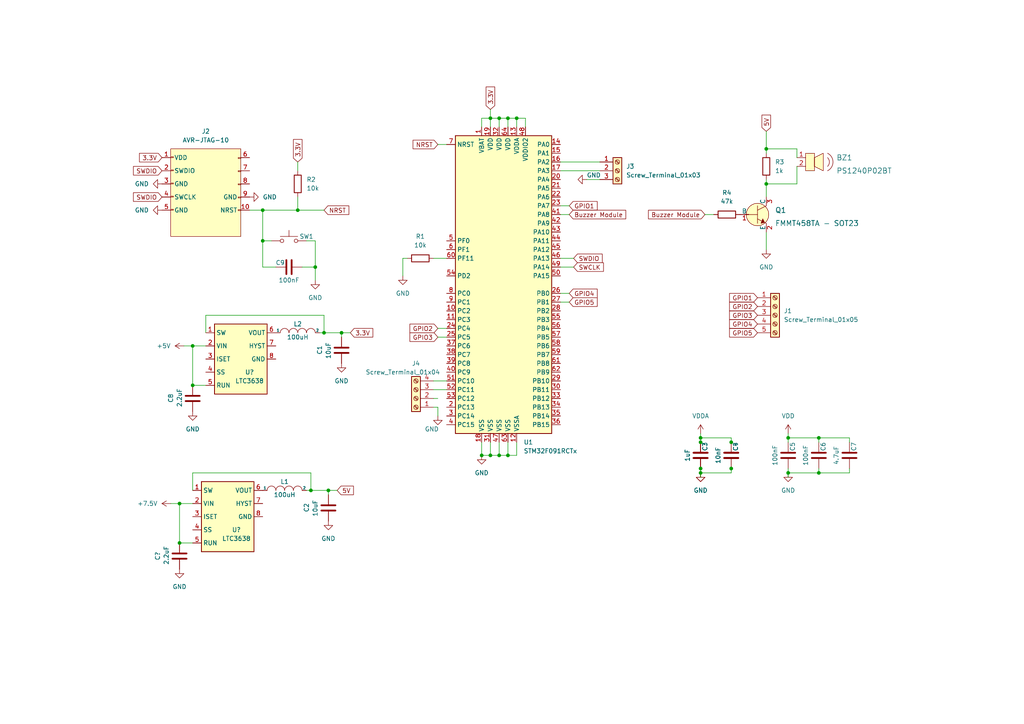
<source format=kicad_sch>
(kicad_sch (version 20211123) (generator eeschema)
  (paper "A4")
  (title_block (title "VRm Schematic") (date "2022-02-15") (rev "1") (company "VRm"))
  (lib_symbols
    (symbol "AVR-JTAG-10_1" (pin_names (offset 1.016))
      (property "Reference" "J" (at -8.89 13.97 0))
      (property "Value" "AVR-JTAG-10_1" (at 1.27 13.97 0))
      (symbol "AVR-JTAG-10_1_0_1"
        (rectangle (start -10.16 -5.08) (end -9.398 -4.826))
        (rectangle (start -10.16 -1.27) (end -9.398 -1.016))
        (rectangle (start -10.16 2.54) (end -9.398 2.794))
        (rectangle (start -10.16 6.35) (end -9.398 6.604))
        (rectangle (start -10.16 10.16) (end -9.398 10.414))
        (rectangle (start 10.16 -4.953) (end 9.398 -5.207))
        (rectangle (start 10.16 -1.27) (end 9.398 -1.524))
        (rectangle (start 10.16 2.54) (end 9.398 2.286))
        (rectangle (start 10.16 6.35) (end 9.398 6.096))
        (rectangle (start 10.16 10.16) (end 9.398 9.906))
        (rectangle (start 10.16 12.7) (end -10.16 -12.7) (fill (type background)))
      )
      (symbol "AVR-JTAG-10_1_1_1"
        (pin passive line (at -12.7 10.16 0) (length 2.54) (name "VDD") (number "1"))
        (pin passive line (at 12.7 -5.08 180) (length 2.54) (name "NRST") (number "10"))
        (pin passive line (at -12.7 6.35 0) (length 2.54) (name "SWDIO") (number "2"))
        (pin passive line (at -12.7 2.54 0) (length 2.54) (name "GND") (number "3"))
        (pin passive line (at -12.7 -1.27 0) (length 2.54) (name "SWCLK") (number "4"))
        (pin passive line (at -12.7 -5.08 0) (length 2.54) (name "GND") (number "5"))
        (pin passive line (at 12.7 10.16 180) (length 2.54) (name "") (number "6"))
        (pin passive line (at 12.7 6.35 180) (length 2.54) (name "") (number "7"))
        (pin passive line (at 12.7 2.54 180) (length 2.54) (name "") (number "8"))
        (pin passive line (at 12.7 -1.27 180) (length 2.54) (name "GND") (number "9"))
      )
    )
    (symbol "Connector:Screw_Terminal_01x03" (pin_names (offset 1.016) hide)
      (property "Reference" "J" (at 0 5.08 0))
      (property "Value" "Screw_Terminal_01x03" (at 0 -5.08 0))
      (symbol "Screw_Terminal_01x03_1_1"
        (rectangle (start -1.27 3.81) (end 1.27 -3.81) (stroke (width 0.254)) (fill (type background)))
        (circle (center 0 -2.54) (radius 0.635) (stroke (width 0.1524)))
        (polyline (pts (xy -0.5334 -2.2098) (xy 0.3302 -3.048)) (stroke (width 0.1524)))
        (polyline (pts (xy -0.5334 0.3302) (xy 0.3302 -0.508)) (stroke (width 0.1524)))
        (polyline (pts (xy -0.5334 2.8702) (xy 0.3302 2.032)) (stroke (width 0.1524)))
        (polyline (pts (xy -0.3556 -2.032) (xy 0.508 -2.8702)) (stroke (width 0.1524)))
        (polyline (pts (xy -0.3556 0.508) (xy 0.508 -0.3302)) (stroke (width 0.1524)))
        (polyline (pts (xy -0.3556 3.048) (xy 0.508 2.2098)) (stroke (width 0.1524)))
        (circle (center 0 0) (radius 0.635) (stroke (width 0.1524)))
        (circle (center 0 2.54) (radius 0.635) (stroke (width 0.1524)))
        (pin passive line (at -5.08 2.54 0) (length 3.81) (name "Pin_1") (number "1"))
        (pin passive line (at -5.08 0 0) (length 3.81) (name "Pin_2") (number "2"))
        (pin passive line (at -5.08 -2.54 0) (length 3.81) (name "Pin_3") (number "3"))
      )
    )
    (symbol "Connector:Screw_Terminal_01x04" (pin_names (offset 1.016) hide)
      (property "Reference" "J" (at 0 5.08 0))
      (property "Value" "Screw_Terminal_01x04" (at 0 -7.62 0))
      (symbol "Screw_Terminal_01x04_1_1"
        (rectangle (start -1.27 3.81) (end 1.27 -6.35) (stroke (width 0.254)) (fill (type background)))
        (circle (center 0 -5.08) (radius 0.635) (stroke (width 0.1524)))
        (circle (center 0 -2.54) (radius 0.635) (stroke (width 0.1524)))
        (polyline (pts (xy -0.5334 -4.7498) (xy 0.3302 -5.588)) (stroke (width 0.1524)))
        (polyline (pts (xy -0.5334 -2.2098) (xy 0.3302 -3.048)) (stroke (width 0.1524)))
        (polyline (pts (xy -0.5334 0.3302) (xy 0.3302 -0.508)) (stroke (width 0.1524)))
        (polyline (pts (xy -0.5334 2.8702) (xy 0.3302 2.032)) (stroke (width 0.1524)))
        (polyline (pts (xy -0.3556 -4.572) (xy 0.508 -5.4102)) (stroke (width 0.1524)))
        (polyline (pts (xy -0.3556 -2.032) (xy 0.508 -2.8702)) (stroke (width 0.1524)))
        (polyline (pts (xy -0.3556 0.508) (xy 0.508 -0.3302)) (stroke (width 0.1524)))
        (polyline (pts (xy -0.3556 3.048) (xy 0.508 2.2098)) (stroke (width 0.1524)))
        (circle (center 0 0) (radius 0.635) (stroke (width 0.1524)))
        (circle (center 0 2.54) (radius 0.635) (stroke (width 0.1524)))
        (pin passive line (at -5.08 2.54 0) (length 3.81) (name "Pin_1") (number "1"))
        (pin passive line (at -5.08 0 0) (length 3.81) (name "Pin_2") (number "2"))
        (pin passive line (at -5.08 -2.54 0) (length 3.81) (name "Pin_3") (number "3"))
        (pin passive line (at -5.08 -5.08 0) (length 3.81) (name "Pin_4") (number "4"))
      )
    )
    (symbol "Connector:Screw_Terminal_01x05" (pin_names (offset 1.016) hide)
      (property "Reference" "J" (at 0 7.62 0))
      (property "Value" "Screw_Terminal_01x05" (at 0 -7.62 0))
      (symbol "Screw_Terminal_01x05_1_1"
        (rectangle (start -1.27 6.35) (end 1.27 -6.35) (stroke (width 0.254)) (fill (type background)))
        (circle (center 0 -5.08) (radius 0.635) (stroke (width 0.1524)))
        (circle (center 0 -2.54) (radius 0.635) (stroke (width 0.1524)))
        (polyline (pts (xy -0.5334 -4.7498) (xy 0.3302 -5.588)) (stroke (width 0.1524)))
        (polyline (pts (xy -0.5334 -2.2098) (xy 0.3302 -3.048)) (stroke (width 0.1524)))
        (polyline (pts (xy -0.5334 0.3302) (xy 0.3302 -0.508)) (stroke (width 0.1524)))
        (polyline (pts (xy -0.5334 2.8702) (xy 0.3302 2.032)) (stroke (width 0.1524)))
        (polyline (pts (xy -0.5334 5.4102) (xy 0.3302 4.572)) (stroke (width 0.1524)))
        (polyline (pts (xy -0.3556 -4.572) (xy 0.508 -5.4102)) (stroke (width 0.1524)))
        (polyline (pts (xy -0.3556 -2.032) (xy 0.508 -2.8702)) (stroke (width 0.1524)))
        (polyline (pts (xy -0.3556 0.508) (xy 0.508 -0.3302)) (stroke (width 0.1524)))
        (polyline (pts (xy -0.3556 3.048) (xy 0.508 2.2098)) (stroke (width 0.1524)))
        (polyline (pts (xy -0.3556 5.588) (xy 0.508 4.7498)) (stroke (width 0.1524)))
        (circle (center 0 0) (radius 0.635) (stroke (width 0.1524)))
        (circle (center 0 2.54) (radius 0.635) (stroke (width 0.1524)))
        (circle (center 0 5.08) (radius 0.635) (stroke (width 0.1524)))
        (pin passive line (at -5.08 5.08 0) (length 3.81) (name "Pin_1") (number "1"))
        (pin passive line (at -5.08 2.54 0) (length 3.81) (name "Pin_2") (number "2"))
        (pin passive line (at -5.08 0 0) (length 3.81) (name "Pin_3") (number "3"))
        (pin passive line (at -5.08 -2.54 0) (length 3.81) (name "Pin_4") (number "4"))
        (pin passive line (at -5.08 -5.08 0) (length 3.81) (name "Pin_5") (number "5"))
      )
    )
    (symbol "Device:C" (pin_numbers hide) (pin_names (offset 0.254))
      (property "Reference" "C" (at 0.635 2.54 0))
      (property "Value" "C" (at 0.635 -2.54 0))
      (symbol "C_0_1"
        (polyline (pts (xy -2.032 -0.762) (xy 2.032 -0.762)) (stroke (width 0.508)))
        (polyline (pts (xy -2.032 0.762) (xy 2.032 0.762)) (stroke (width 0.508)))
      )
      (symbol "C_1_1"
        (pin passive line (at 0 3.81 270) (length 2.794) (name "~") (number "1"))
        (pin passive line (at 0 -3.81 90) (length 2.794) (name "~") (number "2"))
      )
    )
    (symbol "Device:R" (pin_numbers hide) (pin_names (offset 0))
      (property "Reference" "R" (at 2.032 0 90))
      (property "Value" "R" (at 0 0 90))
      (symbol "R_0_1"
        (rectangle (start -1.016 -2.54) (end 1.016 2.54) (stroke (width 0.254)))
      )
      (symbol "R_1_1"
        (pin passive line (at 0 3.81 270) (length 1.27) (name "~") (number "1"))
        (pin passive line (at 0 -3.81 90) (length 1.27) (name "~") (number "2"))
      )
    )
    (symbol "LTC3638_1"
      (property "Reference" "U2" (at -1.27 13.97 0))
      (property "Value" "LTC3638_1" (at -3.81 11.43 0))
      (symbol "LTC3638_1_0_1"
        (rectangle (start -7.62 10.16) (end 7.62 -10.16) (stroke (width 0.254)) (fill (type background)))
      )
      (symbol "LTC3638_1_1_1"
        (pin passive line (at -10.16 7.62 0) (length 2.54) (name "SW") (number "1"))
        (pin passive line (at 3.81 -12.7 90) (length 2.54) hide (name "GND") (number "16"))
        (pin passive line (at 10.16 -12.7 270) (length 2.54) hide (name "GND") (number "17"))
        (pin power_in line (at -10.16 3.81 0) (length 2.54) (name "VIN") (number "2"))
        (pin passive line (at -10.16 0 0) (length 2.54) (name "ISET") (number "3"))
        (pin passive line (at -10.16 -3.81 0) (length 2.54) (name "SS") (number "4"))
        (pin input line (at -10.16 -7.62 0) (length 2.54) (name "RUN") (number "5"))
        (pin power_out line (at 10.16 7.62 180) (length 2.54) (name "VOUT") (number "6"))
        (pin input line (at 10.16 3.81 180) (length 2.54) (name "HYST") (number "7"))
        (pin passive line (at 10.16 0 180) (length 2.54) (name "GND") (number "8"))
      )
    )
    (symbol "MCU_ST_STM32F0:STM32F091RCTx"
      (property "Reference" "U" (at -15.24 44.45 0))
      (property "Value" "STM32F091RCTx" (at 7.62 44.45 0))
      (symbol "STM32F091RCTx_0_1"
        (rectangle (start -15.24 -43.18) (end 12.7 43.18) (stroke (width 0.254)) (fill (type background)))
      )
      (symbol "STM32F091RCTx_1_1"
        (pin power_in line (at -7.62 45.72 270) (length 2.54) (name "VBAT") (number "1"))
        (pin bidirectional line (at -17.78 -7.62 0) (length 2.54) (name "PC2") (number "10"))
        (pin bidirectional line (at -17.78 -10.16 0) (length 2.54) (name "PC3") (number "11"))
        (pin power_in line (at 2.54 -45.72 90) (length 2.54) (name "VSSA") (number "12"))
        (pin power_in line (at 2.54 45.72 270) (length 2.54) (name "VDDA") (number "13"))
        (pin bidirectional line (at 15.24 40.64 180) (length 2.54) (name "PA0") (number "14"))
        (pin bidirectional line (at 15.24 38.1 180) (length 2.54) (name "PA1") (number "15"))
        (pin bidirectional line (at 15.24 35.56 180) (length 2.54) (name "PA2") (number "16"))
        (pin bidirectional line (at 15.24 33.02 180) (length 2.54) (name "PA3") (number "17"))
        (pin power_in line (at -7.62 -45.72 90) (length 2.54) (name "VSS") (number "18"))
        (pin power_in line (at -5.08 45.72 270) (length 2.54) (name "VDD") (number "19"))
        (pin bidirectional line (at -17.78 -35.56 0) (length 2.54) (name "PC13") (number "2"))
        (pin bidirectional line (at 15.24 30.48 180) (length 2.54) (name "PA4") (number "20"))
        (pin bidirectional line (at 15.24 27.94 180) (length 2.54) (name "PA5") (number "21"))
        (pin bidirectional line (at 15.24 25.4 180) (length 2.54) (name "PA6") (number "22"))
        (pin bidirectional line (at 15.24 22.86 180) (length 2.54) (name "PA7") (number "23"))
        (pin bidirectional line (at -17.78 -12.7 0) (length 2.54) (name "PC4") (number "24"))
        (pin bidirectional line (at -17.78 -15.24 0) (length 2.54) (name "PC5") (number "25"))
        (pin bidirectional line (at 15.24 -2.54 180) (length 2.54) (name "PB0") (number "26"))
        (pin bidirectional line (at 15.24 -5.08 180) (length 2.54) (name "PB1") (number "27"))
        (pin bidirectional line (at 15.24 -7.62 180) (length 2.54) (name "PB2") (number "28"))
        (pin bidirectional line (at 15.24 -27.94 180) (length 2.54) (name "PB10") (number "29"))
        (pin bidirectional line (at -17.78 -38.1 0) (length 2.54) (name "PC14") (number "3"))
        (pin bidirectional line (at 15.24 -30.48 180) (length 2.54) (name "PB11") (number "30"))
        (pin power_in line (at -5.08 -45.72 90) (length 2.54) (name "VSS") (number "31"))
        (pin power_in line (at -2.54 45.72 270) (length 2.54) (name "VDD") (number "32"))
        (pin bidirectional line (at 15.24 -33.02 180) (length 2.54) (name "PB12") (number "33"))
        (pin bidirectional line (at 15.24 -35.56 180) (length 2.54) (name "PB13") (number "34"))
        (pin bidirectional line (at 15.24 -38.1 180) (length 2.54) (name "PB14") (number "35"))
        (pin bidirectional line (at 15.24 -40.64 180) (length 2.54) (name "PB15") (number "36"))
        (pin bidirectional line (at -17.78 -17.78 0) (length 2.54) (name "PC6") (number "37"))
        (pin bidirectional line (at -17.78 -20.32 0) (length 2.54) (name "PC7") (number "38"))
        (pin bidirectional line (at -17.78 -22.86 0) (length 2.54) (name "PC8") (number "39"))
        (pin bidirectional line (at -17.78 -40.64 0) (length 2.54) (name "PC15") (number "4"))
        (pin bidirectional line (at -17.78 -25.4 0) (length 2.54) (name "PC9") (number "40"))
        (pin bidirectional line (at 15.24 20.32 180) (length 2.54) (name "PA8") (number "41"))
        (pin bidirectional line (at 15.24 17.78 180) (length 2.54) (name "PA9") (number "42"))
        (pin bidirectional line (at 15.24 15.24 180) (length 2.54) (name "PA10") (number "43"))
        (pin bidirectional line (at 15.24 12.7 180) (length 2.54) (name "PA11") (number "44"))
        (pin bidirectional line (at 15.24 10.16 180) (length 2.54) (name "PA12") (number "45"))
        (pin bidirectional line (at 15.24 7.62 180) (length 2.54) (name "PA13") (number "46"))
        (pin power_in line (at -2.54 -45.72 90) (length 2.54) (name "VSS") (number "47"))
        (pin power_in line (at 5.08 45.72 270) (length 2.54) (name "VDDIO2") (number "48"))
        (pin bidirectional line (at 15.24 5.08 180) (length 2.54) (name "PA14") (number "49"))
        (pin input line (at -17.78 12.7 0) (length 2.54) (name "PF0") (number "5"))
        (pin bidirectional line (at 15.24 2.54 180) (length 2.54) (name "PA15") (number "50"))
        (pin bidirectional line (at -17.78 -27.94 0) (length 2.54) (name "PC10") (number "51"))
        (pin bidirectional line (at -17.78 -30.48 0) (length 2.54) (name "PC11") (number "52"))
        (pin bidirectional line (at -17.78 -33.02 0) (length 2.54) (name "PC12") (number "53"))
        (pin bidirectional line (at -17.78 2.54 0) (length 2.54) (name "PD2") (number "54"))
        (pin bidirectional line (at 15.24 -10.16 180) (length 2.54) (name "PB3") (number "55"))
        (pin bidirectional line (at 15.24 -12.7 180) (length 2.54) (name "PB4") (number "56"))
        (pin bidirectional line (at 15.24 -15.24 180) (length 2.54) (name "PB5") (number "57"))
        (pin bidirectional line (at 15.24 -17.78 180) (length 2.54) (name "PB6") (number "58"))
        (pin bidirectional line (at 15.24 -20.32 180) (length 2.54) (name "PB7") (number "59"))
        (pin input line (at -17.78 10.16 0) (length 2.54) (name "PF1") (number "6"))
        (pin bidirectional line (at -17.78 7.62 0) (length 2.54) (name "PF11") (number "60"))
        (pin bidirectional line (at 15.24 -22.86 180) (length 2.54) (name "PB8") (number "61"))
        (pin bidirectional line (at 15.24 -25.4 180) (length 2.54) (name "PB9") (number "62"))
        (pin power_in line (at 0 -45.72 90) (length 2.54) (name "VSS") (number "63"))
        (pin power_in line (at 0 45.72 270) (length 2.54) (name "VDD") (number "64"))
        (pin input line (at -17.78 40.64 0) (length 2.54) (name "NRST") (number "7"))
        (pin bidirectional line (at -17.78 -2.54 0) (length 2.54) (name "PC0") (number "8"))
        (pin bidirectional line (at -17.78 -5.08 0) (length 2.54) (name "PC1") (number "9"))
      )
    )
    (symbol "Switch:SW_Push" (pin_numbers hide) (pin_names (offset 1.016) hide)
      (property "Reference" "SW" (at 1.27 2.54 0))
      (property "Value" "SW_Push" (at 0 -1.524 0))
      (symbol "SW_Push_0_1"
        (circle (center -2.032 0) (radius 0.508))
        (polyline (pts (xy 0 1.27) (xy 0 3.048)))
        (polyline (pts (xy 2.54 1.27) (xy -2.54 1.27)))
        (circle (center 2.032 0) (radius 0.508))
        (pin passive line (at -5.08 0 0) (length 2.54) (name "1") (number "1"))
        (pin passive line (at 5.08 0 180) (length 2.54) (name "2") (number "2"))
      )
    )
    (symbol "dk_Alarms-Buzzers-and-Sirens:PS1240P02BT" (pin_names (offset 0))
      (property "Reference" "BZ" (at 0 5.08 0))
      (property "Value" "PS1240P02BT" (at -1.27 -3.81 0))
      (symbol "PS1240P02BT_0_1"
        (polyline (pts (xy 2.54 2.54) (xy 5.08 3.81) (xy 5.08 -1.27) (xy 2.54 0) (xy 2.54 2.54)) (fill (type background)))
        (rectangle (start 0 3.81) (end 2.54 -1.27) (fill (type background)))
        (arc (start 6.35 -1.27) (mid 7.9198 1.27) (end 6.35 3.81))
        (arc (start 6.35 0) (mid 6.8761 1.27) (end 6.35 2.54))
      )
      (symbol "PS1240P02BT_1_1"
        (pin input line (at -2.54 2.54 0) (length 2.54) (name "~") (number "1"))
        (pin input line (at -2.54 0 0) (length 2.54) (name "~") (number "2"))
      )
    )
    (symbol "dk_Transistors-Bipolar-BJT-Single:FMMT458TA" (pin_names (offset 0))
      (property "Reference" "Q" (at -3.2004 4.2164 0))
      (property "Value" "FMMT458TA" (at 5.2324 0 90))
      (symbol "FMMT458TA_0_1"
        (polyline (pts (xy -3.81 0) (xy -2.54 0)))
        (polyline (pts (xy -3.556 0) (xy 0 0)))
        (polyline (pts (xy 0 -1.27) (xy 2.54 -2.54)))
        (polyline (pts (xy 0 1.27) (xy 2.54 2.54)))
        (polyline (pts (xy 0 2.54) (xy 0 -2.54)))
        (polyline (pts (xy 1.524 -1.27) (xy 2.032 -2.286) (xy 1.016 -2.54) (xy 1.524 -1.27)) (fill (type outline)))
        (circle (center 0 0) (radius 3.2512) (fill (type background)))
      )
      (symbol "FMMT458TA_1_1"
        (pin input line (at -5.08 0 0) (length 2.54) (name "B") (number "1"))
        (pin passive line (at 2.54 -5.08 90) (length 2.54) (name "E") (number "2"))
        (pin passive line (at 2.54 5.08 270) (length 2.54) (name "C") (number "3"))
      )
    )
    (symbol "power:+5V" (power) (pin_names (offset 0))
      (property "Value" "+5V" (at 0 3.556 0))
      (symbol "+5V_0_1"
        (polyline (pts (xy -0.762 1.27) (xy 0 2.54)))
        (polyline (pts (xy 0 0) (xy 0 2.54)))
        (polyline (pts (xy 0 2.54) (xy 0.762 1.27)))
      )
      (symbol "+5V_1_1"
        (pin power_in line (at 0 0 90) (length 0) hide (name "+5V") (number "1"))
      )
    )
    (symbol "power:+7.5V" (power) (pin_names (offset 0))
      (property "Value" "+7.5V" (at 0 3.556 0))
      (symbol "+7.5V_0_1"
        (polyline (pts (xy -0.762 1.27) (xy 0 2.54)))
        (polyline (pts (xy 0 0) (xy 0 2.54)))
        (polyline (pts (xy 0 2.54) (xy 0.762 1.27)))
      )
      (symbol "+7.5V_1_1"
        (pin power_in line (at 0 0 90) (length 0) hide (name "+7.5V") (number "1"))
      )
    )
    (symbol "power:GND" (power) (pin_names (offset 0))
      (property "Value" "GND" (at 0 -3.81 0))
      (symbol "GND_0_1"
        (polyline (pts (xy 0 0) (xy 0 -1.27) (xy 1.27 -1.27) (xy 0 -2.54) (xy -1.27 -1.27) (xy 0 -1.27)))
      )
      (symbol "GND_1_1"
        (pin power_in line (at 0 0 270) (length 0) hide (name "GND") (number "1"))
      )
    )
    (symbol "power:VDD" (power) (pin_names (offset 0))
      (property "Value" "VDD" (at 0 3.81 0))
      (symbol "VDD_0_1"
        (polyline (pts (xy -0.762 1.27) (xy 0 2.54)))
        (polyline (pts (xy 0 0) (xy 0 2.54)))
        (polyline (pts (xy 0 2.54) (xy 0.762 1.27)))
      )
      (symbol "VDD_1_1"
        (pin power_in line (at 0 0 90) (length 0) hide (name "VDD") (number "1"))
      )
    )
    (symbol "power:VDDA" (power) (pin_names (offset 0))
      (property "Value" "VDDA" (at 0 3.81 0))
      (symbol "VDDA_0_1"
        (polyline (pts (xy -0.762 1.27) (xy 0 2.54)))
        (polyline (pts (xy 0 0) (xy 0 2.54)))
        (polyline (pts (xy 0 2.54) (xy 0.762 1.27)))
      )
      (symbol "VDDA_1_1"
        (pin power_in line (at 0 0 90) (length 0) hide (name "VDDA") (number "1"))
      )
    )
    (symbol "pspice:INDUCTOR" (pin_numbers hide) (pin_names (offset 0))
      (property "Reference" "L" (at 0 2.54 0))
      (property "Value" "INDUCTOR" (at 0 -1.27 0))
      (symbol "INDUCTOR_0_1"
        (arc (start -2.54 0) (mid -3.81 1.27) (end -5.08 0))
        (arc (start 0 0) (mid -1.27 1.27) (end -2.54 0))
        (arc (start 2.54 0) (mid 1.27 1.27) (end 0 0))
        (arc (start 5.08 0) (mid 3.81 1.27) (end 2.54 0))
      )
      (symbol "INDUCTOR_1_1"
        (pin input line (at -6.35 0 0) (length 1.27) (name "1") (number "1"))
        (pin input line (at 6.35 0 180) (length 1.27) (name "2") (number "2"))
      )
    )
  )
  (junction (at 52.07 157.48))
  (junction (at 93.98 96.52))
  (junction (at 149.86 34.29))
  (junction (at 203.2 128.27))
  (junction (at 86.36 60.96))
  (junction (at 142.24 132.08))
  (junction (at 222.25 53.34))
  (junction (at 142.24 34.29))
  (junction (at 55.88 111.76))
  (junction (at 55.88 100.33))
  (junction (at 91.44 77.47))
  (junction (at 212.09 128.27))
  (junction (at 76.2 60.96))
  (junction (at 203.2 127))
  (junction (at 237.49 137.16))
  (junction (at 147.32 132.08))
  (junction (at 144.78 34.29))
  (junction (at 212.09 135.89))
  (junction (at 237.49 127))
  (junction (at 203.2 135.89))
  (junction (at 203.2 137.16))
  (junction (at 222.25 43.18))
  (junction (at 76.2 69.85))
  (junction (at 95.25 142.24))
  (junction (at 144.78 132.08))
  (junction (at 147.32 34.29))
  (junction (at 52.07 146.05))
  (junction (at 228.6 137.16))
  (junction (at 90.17 142.24))
  (junction (at 228.6 127))
  (junction (at 99.06 96.52))
  (junction (at 139.7 132.08))
  (wire (pts (xy 55.88 142.24) (xy 55.88 137.16)))
  (wire (pts (xy 147.32 128.27) (xy 147.32 132.08)))
  (wire (pts (xy 99.06 96.52) (xy 99.06 97.79)))
  (wire (pts (xy 125.73 118.11) (xy 127 118.11)))
  (wire (pts (xy 162.56 85.09) (xy 165.1 85.09)))
  (wire (pts (xy 237.49 127) (xy 237.49 128.27)))
  (wire (pts (xy 118.11 74.93) (xy 116.84 74.93)))
  (wire (pts (xy 246.38 127) (xy 246.38 128.27)))
  (wire (pts (xy 127 95.25) (xy 129.54 95.25)))
  (wire (pts (xy 142.24 128.27) (xy 142.24 132.08)))
  (wire (pts (xy 228.6 127) (xy 228.6 128.27)))
  (wire (pts (xy 93.98 96.52) (xy 99.06 96.52)))
  (wire (pts (xy 88.9 69.85) (xy 91.44 69.85)))
  (wire (pts (xy 139.7 34.29) (xy 142.24 34.29)))
  (wire (pts (xy 246.38 135.89) (xy 246.38 137.16)))
  (wire (pts (xy 152.4 36.83) (xy 152.4 34.29)))
  (wire (pts (xy 142.24 31.75) (xy 142.24 34.29)))
  (wire (pts (xy 228.6 137.16) (xy 237.49 137.16)))
  (wire (pts (xy 116.84 74.93) (xy 116.84 80.01)))
  (wire (pts (xy 91.44 69.85) (xy 91.44 77.47)))
  (wire (pts (xy 222.25 53.34) (xy 222.25 57.15)))
  (wire (pts (xy 228.6 125.73) (xy 228.6 127)))
  (wire (pts (xy 59.69 96.52) (xy 59.69 91.44)))
  (wire (pts (xy 162.56 59.69) (xy 165.1 59.69)))
  (wire (pts (xy 212.09 135.89) (xy 212.09 137.16)))
  (wire (pts (xy 93.98 91.44) (xy 93.98 96.52)))
  (wire (pts (xy 149.86 34.29) (xy 149.86 36.83)))
  (wire (pts (xy 72.39 60.96) (xy 76.2 60.96)))
  (wire (pts (xy 222.25 44.45) (xy 222.25 43.18)))
  (wire (pts (xy 127 118.11) (xy 127 120.65)))
  (wire (pts (xy 237.49 137.16) (xy 246.38 137.16)))
  (wire (pts (xy 99.06 96.52) (xy 101.6 96.52)))
  (wire (pts (xy 52.07 157.48) (xy 52.07 146.05)))
  (wire (pts (xy 76.2 77.47) (xy 80.01 77.47)))
  (wire (pts (xy 170.18 52.07) (xy 173.99 52.07)))
  (wire (pts (xy 125.73 113.03) (xy 129.54 113.03)))
  (wire (pts (xy 212.09 127) (xy 212.09 128.27)))
  (wire (pts (xy 142.24 34.29) (xy 142.24 36.83)))
  (wire (pts (xy 52.07 146.05) (xy 55.88 146.05)))
  (wire (pts (xy 222.25 67.31) (xy 222.25 72.39)))
  (wire (pts (xy 139.7 132.08) (xy 142.24 132.08)))
  (wire (pts (xy 237.49 135.89) (xy 237.49 137.16)))
  (wire (pts (xy 127 97.79) (xy 129.54 97.79)))
  (wire (pts (xy 228.6 137.16) (xy 228.6 138.43)))
  (wire (pts (xy 59.69 111.76) (xy 55.88 111.76)))
  (wire (pts (xy 125.73 110.49) (xy 129.54 110.49)))
  (wire (pts (xy 90.17 142.24) (xy 95.25 142.24)))
  (wire (pts (xy 162.56 62.23) (xy 165.1 62.23)))
  (wire (pts (xy 203.2 135.89) (xy 203.2 137.16)))
  (wire (pts (xy 203.2 127) (xy 212.09 127)))
  (wire (pts (xy 222.25 52.07) (xy 222.25 53.34)))
  (wire (pts (xy 203.2 125.73) (xy 203.2 127)))
  (wire (pts (xy 228.6 135.89) (xy 228.6 137.16)))
  (wire (pts (xy 222.25 43.18) (xy 231.14 43.18)))
  (wire (pts (xy 162.56 74.93) (xy 166.37 74.93)))
  (wire (pts (xy 228.6 127) (xy 237.49 127)))
  (wire (pts (xy 139.7 128.27) (xy 139.7 132.08)))
  (wire (pts (xy 125.73 115.57) (xy 127 115.57)))
  (wire (pts (xy 55.88 137.16) (xy 90.17 137.16)))
  (wire (pts (xy 91.44 77.47) (xy 91.44 81.28)))
  (wire (pts (xy 203.2 137.16) (xy 212.09 137.16)))
  (wire (pts (xy 162.56 46.99) (xy 173.99 46.99)))
  (wire (pts (xy 90.17 137.16) (xy 90.17 142.24)))
  (wire (pts (xy 87.63 77.47) (xy 91.44 77.47)))
  (wire (pts (xy 86.36 57.15) (xy 86.36 60.96)))
  (wire (pts (xy 147.32 132.08) (xy 149.86 132.08)))
  (wire (pts (xy 76.2 69.85) (xy 76.2 77.47)))
  (wire (pts (xy 49.53 146.05) (xy 52.07 146.05)))
  (wire (pts (xy 162.56 87.63) (xy 165.1 87.63)))
  (wire (pts (xy 222.25 43.18) (xy 222.25 38.1)))
  (wire (pts (xy 86.36 60.96) (xy 93.98 60.96)))
  (wire (pts (xy 55.88 100.33) (xy 59.69 100.33)))
  (wire (pts (xy 125.73 74.93) (xy 129.54 74.93)))
  (wire (pts (xy 59.69 91.44) (xy 93.98 91.44)))
  (wire (pts (xy 55.88 111.76) (xy 55.88 100.33)))
  (wire (pts (xy 95.25 142.24) (xy 95.25 143.51)))
  (wire (pts (xy 95.25 142.24) (xy 97.79 142.24)))
  (wire (pts (xy 222.25 53.34) (xy 231.14 53.34)))
  (wire (pts (xy 237.49 127) (xy 246.38 127)))
  (wire (pts (xy 139.7 36.83) (xy 139.7 34.29)))
  (wire (pts (xy 203.2 127) (xy 203.2 128.27)))
  (wire (pts (xy 162.56 77.47) (xy 166.37 77.47)))
  (wire (pts (xy 144.78 34.29) (xy 147.32 34.29)))
  (wire (pts (xy 162.56 49.53) (xy 173.99 49.53)))
  (wire (pts (xy 147.32 34.29) (xy 147.32 36.83)))
  (wire (pts (xy 231.14 43.18) (xy 231.14 45.72)))
  (wire (pts (xy 144.78 128.27) (xy 144.78 132.08)))
  (wire (pts (xy 90.17 142.24) (xy 88.9 142.24)))
  (wire (pts (xy 86.36 46.99) (xy 86.36 49.53)))
  (wire (pts (xy 152.4 34.29) (xy 149.86 34.29)))
  (wire (pts (xy 149.86 128.27) (xy 149.86 132.08)))
  (wire (pts (xy 76.2 60.96) (xy 86.36 60.96)))
  (wire (pts (xy 127 41.91) (xy 129.54 41.91)))
  (wire (pts (xy 231.14 48.26) (xy 231.14 53.34)))
  (wire (pts (xy 53.34 100.33) (xy 55.88 100.33)))
  (wire (pts (xy 142.24 132.08) (xy 144.78 132.08)))
  (wire (pts (xy 204.47 62.23) (xy 207.01 62.23)))
  (wire (pts (xy 76.2 60.96) (xy 76.2 69.85)))
  (wire (pts (xy 142.24 34.29) (xy 144.78 34.29)))
  (wire (pts (xy 144.78 34.29) (xy 144.78 36.83)))
  (wire (pts (xy 144.78 132.08) (xy 147.32 132.08)))
  (wire (pts (xy 76.2 69.85) (xy 78.74 69.85)))
  (wire (pts (xy 93.98 96.52) (xy 92.71 96.52)))
  (wire (pts (xy 55.88 157.48) (xy 52.07 157.48)))
  (wire (pts (xy 147.32 34.29) (xy 149.86 34.29)))
  (wire (pts (xy 203.2 137.16) (xy 203.2 138.43)))
  (global_label "Buzzer Module" (shape input) (at 165.1 62.23 0) (property "Intersheet References" "${INTERSHEET_REFS}" (effects hide)))
  (global_label "NRST" (shape input) (at 93.98 60.96 0) (property "Intersheet References" "${INTERSHEET_REFS}" (effects hide)))
  (global_label "GPIO2" (shape input) (at 127 95.25 180) (property "Intersheet References" "${INTERSHEET_REFS}" (effects hide)))
  (global_label "5V" (shape input) (at 97.79 142.24 0) (property "Intersheet References" "${INTERSHEET_REFS}" (effects hide)))
  (global_label "NRST" (shape input) (at 127 41.91 180) (property "Intersheet References" "${INTERSHEET_REFS}" (effects hide)))
  (global_label "GPIO3" (shape input) (at 127 97.79 180) (property "Intersheet References" "${INTERSHEET_REFS}" (effects hide)))
  (global_label "GPIO2" (shape input) (at 219.71 88.9 180) (property "Intersheet References" "${INTERSHEET_REFS}" (effects hide)))
  (global_label "GPIO3" (shape input) (at 219.71 91.44 180) (property "Intersheet References" "${INTERSHEET_REFS}" (effects hide)))
  (global_label "3.3V" (shape input) (at 86.36 46.99 90) (property "Intersheet References" "${INTERSHEET_REFS}" (effects hide)))
  (global_label "Buzzer Module" (shape input) (at 204.47 62.23 180) (property "Intersheet References" "${INTERSHEET_REFS}" (effects hide)))
  (global_label "3.3V" (shape input) (at 101.6 96.52 0) (property "Intersheet References" "${INTERSHEET_REFS}" (effects hide)))
  (global_label "3.3V" (shape input) (at 46.99 45.72 180) (property "Intersheet References" "${INTERSHEET_REFS}" (effects hide)))
  (global_label "SWDIO" (shape input) (at 46.99 49.53 180) (property "Intersheet References" "${INTERSHEET_REFS}" (effects hide)))
  (global_label "GPIO1" (shape input) (at 219.71 86.36 180) (property "Intersheet References" "${INTERSHEET_REFS}" (effects hide)))
  (global_label "SWDIO" (shape input) (at 166.37 74.93 0) (property "Intersheet References" "${INTERSHEET_REFS}" (effects hide)))
  (global_label "GPIO5" (shape input) (at 165.1 87.63 0) (property "Intersheet References" "${INTERSHEET_REFS}" (effects hide)))
  (global_label "5V" (shape input) (at 222.25 38.1 90) (property "Intersheet References" "${INTERSHEET_REFS}" (effects hide)))
  (global_label "GPIO4" (shape input) (at 165.1 85.09 0) (property "Intersheet References" "${INTERSHEET_REFS}" (effects hide)))
  (global_label "SWDIO" (shape input) (at 46.99 57.15 180) (property "Intersheet References" "${INTERSHEET_REFS}" (effects hide)))
  (global_label "SWCLK" (shape input) (at 166.37 77.47 0) (property "Intersheet References" "${INTERSHEET_REFS}" (effects hide)))
  (global_label "3.3V" (shape input) (at 142.24 31.75 90) (property "Intersheet References" "${INTERSHEET_REFS}" (effects hide)))
  (global_label "GPIO4" (shape input) (at 219.71 93.98 180) (property "Intersheet References" "${INTERSHEET_REFS}" (effects hide)))
  (global_label "GPIO5" (shape input) (at 219.71 96.52 180) (property "Intersheet References" "${INTERSHEET_REFS}" (effects hide)))
  (global_label "GPIO1" (shape input) (at 165.1 59.69 0) (property "Intersheet References" "${INTERSHEET_REFS}" (effects hide)))
  (symbol (lib_name "LTC3638_1") (lib_id "Regulator_Switching:LTC3638") (at 66.04 149.86 0) (unit 1)
    (property "Reference" "U?" (at 68.58 153.67 0))
    (property "Value" "LTC3638" (at 68.58 156.21 0))
    (property "Footprint" "Package_SO:Linear_MSOP-12-16-1EP_3x4mm_P0.5mm" (effects hide))
    (property "Datasheet" "https://www.analog.com/media/en/technical-documentation/data-sheets/3638fa.pdf" (effects hide))
  )
  (symbol (lib_id "Connector:Screw_Terminal_01x04") (at 120.65 115.57 180) (unit 1)
    (property "Reference" "J4" (at 120.65 105.41 0))
    (property "Value" "Screw_Terminal_01x04" (at 116.84 107.95 0))
  )
  (symbol (lib_id "power:GND") (at 91.44 81.28 0) (unit 1)
    (property "Reference" "#PWR?" (effects hide))
    (property "Value" "GND" (at 91.44 86.36 0))
  )
  (symbol (lib_id "Device:C") (at 95.25 147.32 0) (unit 1)
    (property "Reference" "C2" (at 88.9 148.59 90) (effects (justify left)))
    (property "Value" "10uF" (at 91.44 149.86 90) (effects (justify left)))
  )
  (symbol (lib_id "Device:C") (at 55.88 115.57 0) (unit 1)
    (property "Reference" "C8" (at 49.53 116.84 90) (effects (justify left)))
    (property "Value" "2.2uF" (at 52.07 118.11 90) (effects (justify left)))
  )
  (symbol (lib_id "power:+5V") (at 53.34 100.33 90) (unit 1)
    (property "Reference" "#PWR?" (effects hide))
    (property "Value" "+5V" (at 49.53 100.3299 90) (effects (justify left)))
  )
  (symbol (lib_id "power:GND") (at 72.39 57.15 90) (unit 1)
    (property "Reference" "#PWR?" (effects hide))
    (property "Value" "GND" (at 76.2 57.1499 90) (effects (justify right)))
  )
  (symbol (lib_id "Device:C") (at 83.82 77.47 90) (unit 1)
    (property "Reference" "C9" (at 81.28 76.2 90))
    (property "Value" "100nF" (at 83.82 81.28 90))
  )
  (symbol (lib_id "MCU_ST_STM32F0:STM32F091RCTx") (at 147.32 82.55 0) (unit 1)
    (property "Reference" "U1" (at 151.8794 128.27 0) (effects (justify left)))
    (property "Value" "STM32F091RCTx" (at 151.8794 130.81 0) (effects (justify left)))
    (property "Footprint" "Package_QFP:LQFP-64_10x10mm_P0.5mm" (effects hide))
    (property "Datasheet" "http://www.st.com/st-web-ui/static/active/en/resource/technical/document/datasheet/DM00115237.pdf" (effects hide))
  )
  (symbol (lib_id "Device:C") (at 203.2 132.08 0) (unit 1)
    (property "Reference" "C?" (at 204.47 129.54 90))
    (property "Value" "1uF" (at 199.39 132.08 90))
  )
  (symbol (lib_id "power:GND") (at 203.2 137.16 0) (unit 1)
    (property "Reference" "#PWR?" (effects hide))
    (property "Value" "GND" (at 203.2 142.24 0))
  )
  (symbol (lib_id "power:VDD") (at 228.6 125.73 0) (unit 1)
    (property "Reference" "#PWR?" (effects hide))
    (property "Value" "VDD" (at 228.6 120.65 0))
  )
  (symbol (lib_id "power:+7.5V") (at 49.53 146.05 90) (unit 1)
    (property "Reference" "#PWR?" (effects hide))
    (property "Value" "+7.5V" (at 45.72 146.0499 90) (effects (justify left)))
  )
  (symbol (lib_id "Device:C") (at 246.38 132.08 0) (unit 1)
    (property "Reference" "C7" (at 247.65 129.54 90))
    (property "Value" "4.7uF" (at 242.57 132.08 90))
  )
  (symbol (lib_id "Device:C") (at 203.2 132.08 0) (unit 1)
    (property "Reference" "C3" (at 204.47 129.54 90))
    (property "Value" "1uF" (at 199.39 132.08 90))
  )
  (symbol (lib_id "dk_Alarms-Buzzers-and-Sirens:PS1240P02BT") (at 233.68 48.26 0) (unit 1)
    (property "Reference" "BZ1" (at 242.57 45.72 0) (effects (font (size 1.524 1.524)) (justify left)))
    (property "Value" "PS1240P02BT" (at 242.57 49.53 0) (effects (font (size 1.524 1.524)) (justify left)))
    (property "Footprint" "digikey-footprints:Piezo_Transducer_THT_PS1240P02BT" (effects hide))
    (property "Datasheet" "https://product.tdk.com/info/en/catalog/datasheets/piezoelectronic_buzzer_ps_en.pdf" (effects hide))
    (property "Digi-Key_PN" "445-2525-1-ND" (effects hide))
    (property "MPN" "PS1240P02BT" (effects hide))
    (property "Category" "Audio Products" (effects hide))
    (property "Family" "Alarms, Buzzers, and Sirens" (effects hide))
    (property "DK_Datasheet_Link" "https://product.tdk.com/info/en/catalog/datasheets/piezoelectronic_buzzer_ps_en.pdf" (effects hide))
    (property "DK_Detail_Page" "/product-detail/en/tdk-corporation/PS1240P02BT/445-2525-1-ND/935930" (effects hide))
    (property "Description" "AUDIO PIEZO TRANSDUCER 30V TH" (effects hide))
    (property "Manufacturer" "TDK Corporation" (effects hide))
    (property "Status" "Active" (effects hide))
  )
  (symbol (lib_id "power:GND") (at 52.07 165.1 0) (unit 1)
    (property "Reference" "#PWR?" (effects hide))
    (property "Value" "GND" (at 52.07 170.18 0))
  )
  (symbol (lib_id "Connector:Screw_Terminal_01x05") (at 224.79 91.44 0) (unit 1)
    (property "Reference" "J1" (at 227.33 90.1699 0) (effects (justify left)))
    (property "Value" "Screw_Terminal_01x05" (at 227.33 92.7099 0) (effects (justify left)))
  )
  (symbol (lib_id "power:VDDA") (at 203.2 125.73 0) (unit 1)
    (property "Reference" "#PWR?" (effects hide))
    (property "Value" "VDDA" (at 203.2 120.65 0))
  )
  (symbol (lib_id "power:GND") (at 55.88 119.38 0) (unit 1)
    (property "Reference" "#PWR?" (effects hide))
    (property "Value" "GND" (at 55.88 124.46 0))
  )
  (symbol (lib_name "AVR-JTAG-10_1") (lib_id "Connector:AVR-JTAG-10") (at 59.69 55.88 0) (unit 1)
    (property "Reference" "J2" (at 59.69 38.1 0))
    (property "Value" "AVR-JTAG-10" (at 59.69 40.64 0))
    (property "Datasheet" " ~" (effects hide))
  )
  (symbol (lib_id "Device:C") (at 52.07 161.29 0) (unit 1)
    (property "Reference" "C?" (at 45.72 162.56 90) (effects (justify left)))
    (property "Value" "2.2uF" (at 48.26 163.83 90) (effects (justify left)))
  )
  (symbol (lib_id "dk_Transistors-Bipolar-BJT-Single:FMMT458TA") (at 219.71 62.23 0) (unit 1)
    (property "Reference" "Q1" (at 224.79 60.96 0) (effects (font (size 1.524 1.524)) (justify left)))
    (property "Value" "FMMT458TA - SOT23" (at 224.79 64.77 0) (effects (font (size 1.524 1.524)) (justify left)))
    (property "Footprint" "digikey-footprints:SOT-23-3" (effects hide))
    (property "Datasheet" "https://www.diodes.com/assets/Datasheets/FMMT458.pdf" (effects hide))
    (property "Digi-Key_PN" "FMMT458CT-ND" (effects hide))
    (property "MPN" "FMMT458TA" (effects hide))
    (property "Category" "Discrete Semiconductor Products" (effects hide))
    (property "Family" "Transistors - Bipolar (BJT) - Single" (effects hide))
    (property "DK_Datasheet_Link" "https://www.diodes.com/assets/Datasheets/FMMT458.pdf" (effects hide))
    (property "DK_Detail_Page" "/product-detail/en/diodes-incorporated/FMMT458TA/FMMT458CT-ND/243272" (effects hide))
    (property "Description" "TRANS NPN 400V 0.225A SOT23-3" (effects hide))
    (property "Manufacturer" "Diodes Incorporated" (effects hide))
    (property "Status" "Active" (effects hide))
  )
  (symbol (lib_id "Device:C") (at 212.09 132.08 0) (unit 1)
    (property "Reference" "C4" (at 213.36 129.54 90))
    (property "Value" "10nF" (at 208.28 132.08 90))
  )
  (symbol (lib_name "LTC3638_1") (lib_id "Regulator_Switching:LTC3638") (at 69.85 104.14 0) (unit 1)
    (property "Reference" "U?" (at 72.39 107.95 0))
    (property "Value" "LTC3638" (at 72.39 110.49 0))
    (property "Footprint" "Package_SO:Linear_MSOP-12-16-1EP_3x4mm_P0.5mm" (effects hide))
    (property "Datasheet" "https://www.analog.com/media/en/technical-documentation/data-sheets/3638fa.pdf" (effects hide))
  )
  (symbol (lib_id "power:GND") (at 170.18 52.07 270) (unit 1)
    (property "Reference" "#PWR?" (effects hide))
    (property "Value" "GND" (at 170.18 50.8 90) (effects (justify left)))
  )
  (symbol (lib_id "Device:R") (at 222.25 48.26 0) (unit 1)
    (property "Reference" "R3" (at 224.79 46.9899 0) (effects (justify left)))
    (property "Value" "1k" (at 224.79 49.5299 0) (effects (justify left)))
  )
  (symbol (lib_id "Device:R") (at 210.82 62.23 270) (unit 1)
    (property "Reference" "R4" (at 210.82 55.88 90))
    (property "Value" "47k" (at 210.82 58.42 90))
  )
  (symbol (lib_id "power:GND") (at 127 120.65 0) (unit 1)
    (property "Reference" "#PWR?" (effects hide))
    (property "Value" "GND" (at 123.19 124.46 0) (effects (justify left)))
  )
  (symbol (lib_id "power:GND") (at 46.99 60.96 270) (mirror x) (unit 1)
    (property "Reference" "#PWR?" (effects hide))
    (property "Value" "GND" (at 43.18 60.9599 90) (effects (justify right)))
  )
  (symbol (lib_id "pspice:INDUCTOR") (at 82.55 142.24 0) (unit 1)
    (property "Reference" "L1" (at 82.55 139.7 0))
    (property "Value" "100uH" (at 82.55 143.51 0))
  )
  (symbol (lib_id "power:GND") (at 139.7 132.08 0) (unit 1)
    (property "Reference" "#PWR?" (effects hide))
    (property "Value" "GND" (at 139.7 137.16 0))
  )
  (symbol (lib_id "Device:C") (at 99.06 101.6 0) (unit 1)
    (property "Reference" "C1" (at 92.71 102.87 90) (effects (justify left)))
    (property "Value" "10uF" (at 95.25 104.14 90) (effects (justify left)))
  )
  (symbol (lib_id "Connector:Screw_Terminal_01x03") (at 179.07 49.53 0) (unit 1)
    (property "Reference" "J3" (at 181.61 48.2599 0) (effects (justify left)))
    (property "Value" "Screw_Terminal_01x03" (at 181.61 50.7999 0) (effects (justify left)))
  )
  (symbol (lib_id "power:GND") (at 222.25 72.39 0) (unit 1)
    (property "Reference" "#PWR?" (effects hide))
    (property "Value" "GND" (at 222.25 77.47 0))
  )
  (symbol (lib_id "power:GND") (at 95.25 151.13 0) (unit 1)
    (property "Reference" "#PWR?" (effects hide))
    (property "Value" "GND" (at 95.25 156.21 0))
  )
  (symbol (lib_id "power:GND") (at 116.84 80.01 0) (unit 1)
    (property "Reference" "#PWR?" (effects hide))
    (property "Value" "GND" (at 116.84 85.09 0))
  )
  (symbol (lib_id "Device:C") (at 212.09 132.08 0) (unit 1)
    (property "Reference" "C?" (at 213.36 129.54 90))
    (property "Value" "10nF" (at 208.28 132.08 90))
  )
  (symbol (lib_id "power:GND") (at 228.6 137.16 0) (unit 1)
    (property "Reference" "#PWR?" (effects hide))
    (property "Value" "GND" (at 228.6 142.24 0))
  )
  (symbol (lib_id "power:GND") (at 46.99 53.34 270) (mirror x) (unit 1)
    (property "Reference" "#PWR?" (effects hide))
    (property "Value" "GND" (at 43.18 53.3399 90) (effects (justify right)))
  )
  (symbol (lib_id "Device:C") (at 228.6 132.08 0) (unit 1)
    (property "Reference" "C5" (at 229.87 129.54 90))
    (property "Value" "100nF" (at 224.79 132.08 90))
  )
  (symbol (lib_id "power:GND") (at 99.06 105.41 0) (unit 1)
    (property "Reference" "#PWR?" (effects hide))
    (property "Value" "GND" (at 99.06 110.49 0))
  )
  (symbol (lib_id "Switch:SW_Push") (at 83.82 69.85 0) (unit 1)
    (property "Reference" "SW1" (at 88.9 68.58 0))
    (property "Value" "Switch" (effects hide))
  )
  (symbol (lib_id "pspice:INDUCTOR") (at 86.36 96.52 0) (unit 1)
    (property "Reference" "L2" (at 86.36 93.98 0))
    (property "Value" "100uH" (at 86.36 97.79 0))
  )
  (symbol (lib_id "power:GND") (at 203.2 137.16 0) (unit 1)
    (property "Reference" "#PWR?" (effects hide))
    (property "Value" "GND" (at 203.2 142.24 0))
  )
  (symbol (lib_id "Device:R") (at 86.36 53.34 0) (unit 1)
    (property "Reference" "R2" (at 88.9 52.0699 0) (effects (justify left)))
    (property "Value" "10k" (at 88.9 54.6099 0) (effects (justify left)))
  )
  (symbol (lib_id "Device:R") (at 121.92 74.93 90) (unit 1)
    (property "Reference" "R1" (at 121.92 68.58 90))
    (property "Value" "10k" (at 121.92 71.12 90))
  )
  (symbol (lib_id "Device:C") (at 237.49 132.08 0) (unit 1)
    (property "Reference" "C6" (at 238.76 129.54 90))
    (property "Value" "100nF" (at 233.68 132.08 90))
  )
)
</source>
